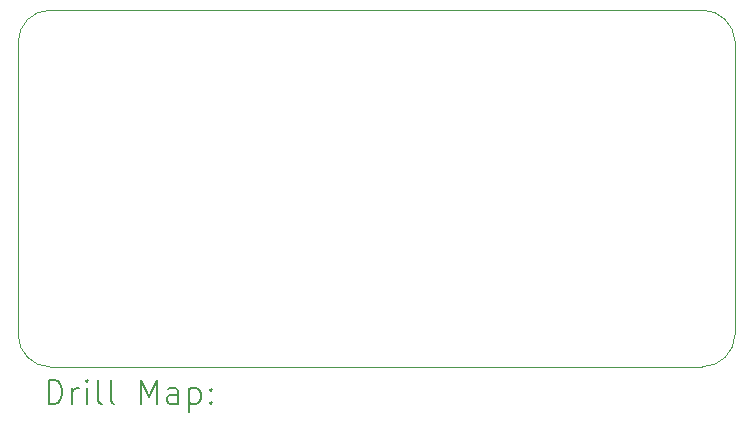
<source format=gbr>
%TF.GenerationSoftware,KiCad,Pcbnew,9.0.1*%
%TF.CreationDate,2025-08-18T16:23:50+05:00*%
%TF.ProjectId,dc_motor_speed_controller,64635f6d-6f74-46f7-925f-73706565645f,rev?*%
%TF.SameCoordinates,Original*%
%TF.FileFunction,Drillmap*%
%TF.FilePolarity,Positive*%
%FSLAX45Y45*%
G04 Gerber Fmt 4.5, Leading zero omitted, Abs format (unit mm)*
G04 Created by KiCad (PCBNEW 9.0.1) date 2025-08-18 16:23:50*
%MOMM*%
%LPD*%
G01*
G04 APERTURE LIST*
%ADD10C,0.050000*%
%ADD11C,0.200000*%
G04 APERTURE END LIST*
D10*
X17960000Y-13060000D02*
X12440000Y-13060000D01*
X12440000Y-10040000D02*
X17960000Y-10039822D01*
X17960000Y-10039822D02*
G75*
G02*
X18240000Y-10310000I0J-280179D01*
G01*
X18240000Y-12780000D02*
G75*
G02*
X17960000Y-13060000I-280000J0D01*
G01*
X12170000Y-12790000D02*
X12170000Y-10310000D01*
X12170000Y-10310000D02*
G75*
G02*
X12440000Y-10040000I270000J0D01*
G01*
X18240000Y-10310000D02*
X18240000Y-12780000D01*
X12440000Y-13060000D02*
G75*
G02*
X12170000Y-12790000I0J270000D01*
G01*
D11*
X12428277Y-13373984D02*
X12428277Y-13173984D01*
X12428277Y-13173984D02*
X12475896Y-13173984D01*
X12475896Y-13173984D02*
X12504467Y-13183508D01*
X12504467Y-13183508D02*
X12523515Y-13202555D01*
X12523515Y-13202555D02*
X12533039Y-13221603D01*
X12533039Y-13221603D02*
X12542562Y-13259698D01*
X12542562Y-13259698D02*
X12542562Y-13288269D01*
X12542562Y-13288269D02*
X12533039Y-13326365D01*
X12533039Y-13326365D02*
X12523515Y-13345412D01*
X12523515Y-13345412D02*
X12504467Y-13364460D01*
X12504467Y-13364460D02*
X12475896Y-13373984D01*
X12475896Y-13373984D02*
X12428277Y-13373984D01*
X12628277Y-13373984D02*
X12628277Y-13240650D01*
X12628277Y-13278746D02*
X12637801Y-13259698D01*
X12637801Y-13259698D02*
X12647324Y-13250174D01*
X12647324Y-13250174D02*
X12666372Y-13240650D01*
X12666372Y-13240650D02*
X12685420Y-13240650D01*
X12752086Y-13373984D02*
X12752086Y-13240650D01*
X12752086Y-13173984D02*
X12742562Y-13183508D01*
X12742562Y-13183508D02*
X12752086Y-13193031D01*
X12752086Y-13193031D02*
X12761610Y-13183508D01*
X12761610Y-13183508D02*
X12752086Y-13173984D01*
X12752086Y-13173984D02*
X12752086Y-13193031D01*
X12875896Y-13373984D02*
X12856848Y-13364460D01*
X12856848Y-13364460D02*
X12847324Y-13345412D01*
X12847324Y-13345412D02*
X12847324Y-13173984D01*
X12980658Y-13373984D02*
X12961610Y-13364460D01*
X12961610Y-13364460D02*
X12952086Y-13345412D01*
X12952086Y-13345412D02*
X12952086Y-13173984D01*
X13209229Y-13373984D02*
X13209229Y-13173984D01*
X13209229Y-13173984D02*
X13275896Y-13316841D01*
X13275896Y-13316841D02*
X13342562Y-13173984D01*
X13342562Y-13173984D02*
X13342562Y-13373984D01*
X13523515Y-13373984D02*
X13523515Y-13269222D01*
X13523515Y-13269222D02*
X13513991Y-13250174D01*
X13513991Y-13250174D02*
X13494943Y-13240650D01*
X13494943Y-13240650D02*
X13456848Y-13240650D01*
X13456848Y-13240650D02*
X13437801Y-13250174D01*
X13523515Y-13364460D02*
X13504467Y-13373984D01*
X13504467Y-13373984D02*
X13456848Y-13373984D01*
X13456848Y-13373984D02*
X13437801Y-13364460D01*
X13437801Y-13364460D02*
X13428277Y-13345412D01*
X13428277Y-13345412D02*
X13428277Y-13326365D01*
X13428277Y-13326365D02*
X13437801Y-13307317D01*
X13437801Y-13307317D02*
X13456848Y-13297793D01*
X13456848Y-13297793D02*
X13504467Y-13297793D01*
X13504467Y-13297793D02*
X13523515Y-13288269D01*
X13618753Y-13240650D02*
X13618753Y-13440650D01*
X13618753Y-13250174D02*
X13637801Y-13240650D01*
X13637801Y-13240650D02*
X13675896Y-13240650D01*
X13675896Y-13240650D02*
X13694943Y-13250174D01*
X13694943Y-13250174D02*
X13704467Y-13259698D01*
X13704467Y-13259698D02*
X13713991Y-13278746D01*
X13713991Y-13278746D02*
X13713991Y-13335888D01*
X13713991Y-13335888D02*
X13704467Y-13354936D01*
X13704467Y-13354936D02*
X13694943Y-13364460D01*
X13694943Y-13364460D02*
X13675896Y-13373984D01*
X13675896Y-13373984D02*
X13637801Y-13373984D01*
X13637801Y-13373984D02*
X13618753Y-13364460D01*
X13799705Y-13354936D02*
X13809229Y-13364460D01*
X13809229Y-13364460D02*
X13799705Y-13373984D01*
X13799705Y-13373984D02*
X13790182Y-13364460D01*
X13790182Y-13364460D02*
X13799705Y-13354936D01*
X13799705Y-13354936D02*
X13799705Y-13373984D01*
X13799705Y-13250174D02*
X13809229Y-13259698D01*
X13809229Y-13259698D02*
X13799705Y-13269222D01*
X13799705Y-13269222D02*
X13790182Y-13259698D01*
X13790182Y-13259698D02*
X13799705Y-13250174D01*
X13799705Y-13250174D02*
X13799705Y-13269222D01*
M02*

</source>
